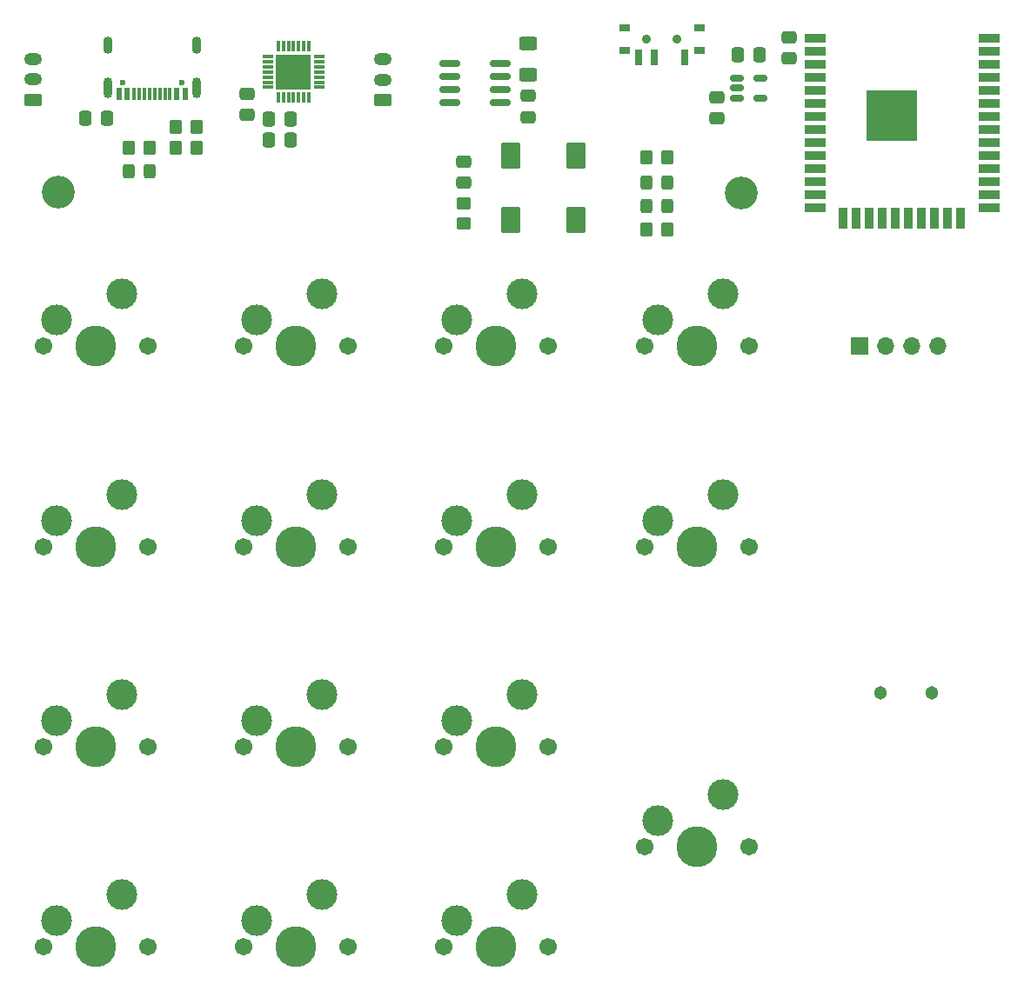
<source format=gbr>
%TF.GenerationSoftware,KiCad,Pcbnew,(6.0.7)*%
%TF.CreationDate,2022-10-16T13:30:08+08:00*%
%TF.ProjectId,numpad-test,6e756d70-6164-42d7-9465-73742e6b6963,rev?*%
%TF.SameCoordinates,Original*%
%TF.FileFunction,Soldermask,Top*%
%TF.FilePolarity,Negative*%
%FSLAX46Y46*%
G04 Gerber Fmt 4.6, Leading zero omitted, Abs format (unit mm)*
G04 Created by KiCad (PCBNEW (6.0.7)) date 2022-10-16 13:30:08*
%MOMM*%
%LPD*%
G01*
G04 APERTURE LIST*
G04 Aperture macros list*
%AMRoundRect*
0 Rectangle with rounded corners*
0 $1 Rounding radius*
0 $2 $3 $4 $5 $6 $7 $8 $9 X,Y pos of 4 corners*
0 Add a 4 corners polygon primitive as box body*
4,1,4,$2,$3,$4,$5,$6,$7,$8,$9,$2,$3,0*
0 Add four circle primitives for the rounded corners*
1,1,$1+$1,$2,$3*
1,1,$1+$1,$4,$5*
1,1,$1+$1,$6,$7*
1,1,$1+$1,$8,$9*
0 Add four rect primitives between the rounded corners*
20,1,$1+$1,$2,$3,$4,$5,0*
20,1,$1+$1,$4,$5,$6,$7,0*
20,1,$1+$1,$6,$7,$8,$9,0*
20,1,$1+$1,$8,$9,$2,$3,0*%
G04 Aperture macros list end*
%ADD10C,3.000000*%
%ADD11C,1.701800*%
%ADD12C,3.987800*%
%ADD13C,3.200000*%
%ADD14RoundRect,0.250000X0.350000X0.450000X-0.350000X0.450000X-0.350000X-0.450000X0.350000X-0.450000X0*%
%ADD15RoundRect,0.250000X-0.350000X-0.450000X0.350000X-0.450000X0.350000X0.450000X-0.350000X0.450000X0*%
%ADD16RoundRect,0.250000X0.337500X0.475000X-0.337500X0.475000X-0.337500X-0.475000X0.337500X-0.475000X0*%
%ADD17RoundRect,0.250000X0.625000X-0.350000X0.625000X0.350000X-0.625000X0.350000X-0.625000X-0.350000X0*%
%ADD18O,1.750000X1.200000*%
%ADD19RoundRect,0.250000X0.450000X-0.350000X0.450000X0.350000X-0.450000X0.350000X-0.450000X-0.350000X0*%
%ADD20RoundRect,0.250000X0.475000X-0.337500X0.475000X0.337500X-0.475000X0.337500X-0.475000X-0.337500X0*%
%ADD21R,1.700000X1.700000*%
%ADD22O,1.700000X1.700000*%
%ADD23RoundRect,0.250000X-0.625000X0.400000X-0.625000X-0.400000X0.625000X-0.400000X0.625000X0.400000X0*%
%ADD24C,0.900000*%
%ADD25R,1.000000X0.800000*%
%ADD26R,0.700000X1.500000*%
%ADD27RoundRect,0.101600X0.798830X-1.149350X0.798830X1.149350X-0.798830X1.149350X-0.798830X-1.149350X0*%
%ADD28C,0.600000*%
%ADD29R,0.600000X1.160000*%
%ADD30R,0.300000X1.160000*%
%ADD31O,0.900000X2.000000*%
%ADD32O,0.900000X1.700000*%
%ADD33RoundRect,0.250000X-0.337500X-0.475000X0.337500X-0.475000X0.337500X0.475000X-0.337500X0.475000X0*%
%ADD34RoundRect,0.150000X-0.512500X-0.150000X0.512500X-0.150000X0.512500X0.150000X-0.512500X0.150000X0*%
%ADD35RoundRect,0.250000X0.325000X0.450000X-0.325000X0.450000X-0.325000X-0.450000X0.325000X-0.450000X0*%
%ADD36RoundRect,0.101600X-0.798830X1.149350X-0.798830X-1.149350X0.798830X-1.149350X0.798830X1.149350X0*%
%ADD37RoundRect,0.150000X-0.825000X-0.150000X0.825000X-0.150000X0.825000X0.150000X-0.825000X0.150000X0*%
%ADD38R,2.000000X0.900000*%
%ADD39R,0.900000X2.000000*%
%ADD40R,5.000000X5.000000*%
%ADD41RoundRect,0.250000X-0.325000X-0.450000X0.325000X-0.450000X0.325000X0.450000X-0.325000X0.450000X0*%
%ADD42R,1.000000X0.300000*%
%ADD43R,0.300000X1.000000*%
%ADD44R,3.400000X3.400000*%
%ADD45C,1.303020*%
G04 APERTURE END LIST*
D10*
%TO.C,SW16*%
X111690000Y-63460000D03*
X118040000Y-60920000D03*
D11*
X120580000Y-66000000D03*
X110420000Y-66000000D03*
D12*
X115500000Y-66000000D03*
%TD*%
D11*
%TO.C,SW12*%
X90920000Y-66000000D03*
X101080000Y-66000000D03*
D10*
X92190000Y-63460000D03*
X98540000Y-60920000D03*
D12*
X96000000Y-66000000D03*
%TD*%
D13*
%TO.C,H2*%
X119850000Y-51050000D03*
%TD*%
D14*
%TO.C,R11*%
X66800000Y-44600000D03*
X64800000Y-44600000D03*
%TD*%
D15*
%TO.C,R10*%
X64800000Y-46700000D03*
X66800000Y-46700000D03*
%TD*%
D16*
%TO.C,C2*%
X121606000Y-37593000D03*
X119531000Y-37593000D03*
%TD*%
D17*
%TO.C,J1*%
X50950000Y-42000000D03*
D18*
X50950000Y-40000000D03*
X50950000Y-38000000D03*
%TD*%
D19*
%TO.C,R9*%
X92837000Y-54070000D03*
X92837000Y-52070000D03*
%TD*%
D20*
%TO.C,C1*%
X117430000Y-43825000D03*
X117430000Y-41750000D03*
%TD*%
%TO.C,C11*%
X99100000Y-43700000D03*
X99100000Y-41625000D03*
%TD*%
%TO.C,C3*%
X124460000Y-37973000D03*
X124460000Y-35898000D03*
%TD*%
D11*
%TO.C,SW10*%
X81580000Y-105000000D03*
D10*
X79040000Y-99920000D03*
D11*
X71420000Y-105000000D03*
D12*
X76500000Y-105000000D03*
D10*
X72690000Y-102460000D03*
%TD*%
D21*
%TO.C,J3*%
X131380000Y-65935000D03*
D22*
X133920000Y-65935000D03*
X136460000Y-65935000D03*
X139000000Y-65935000D03*
%TD*%
D14*
%TO.C,R8*%
X112617000Y-54610000D03*
X110617000Y-54610000D03*
%TD*%
D23*
%TO.C,R6*%
X99100000Y-36475000D03*
X99100000Y-39575000D03*
%TD*%
D17*
%TO.C,J2*%
X84963000Y-42037000D03*
D18*
X84963000Y-40037000D03*
X84963000Y-38037000D03*
%TD*%
D11*
%TO.C,SW5*%
X62080000Y-85500000D03*
D10*
X59540000Y-80420000D03*
D11*
X51920000Y-85500000D03*
D12*
X57000000Y-85500000D03*
D10*
X53190000Y-82960000D03*
%TD*%
D14*
%TO.C,R12*%
X62250000Y-46650000D03*
X60250000Y-46650000D03*
%TD*%
D10*
%TO.C,SW4*%
X53190000Y-63460000D03*
D11*
X51920000Y-66000000D03*
X62080000Y-66000000D03*
D10*
X59540000Y-60920000D03*
D12*
X57000000Y-66000000D03*
%TD*%
D24*
%TO.C,SW1*%
X113600000Y-36070000D03*
D25*
X108450000Y-37180000D03*
D24*
X110600000Y-36070000D03*
D25*
X108450000Y-34970000D03*
X115750000Y-34970000D03*
X115750000Y-37180000D03*
D26*
X114350000Y-37830000D03*
X111350000Y-37830000D03*
X109850000Y-37830000D03*
%TD*%
D11*
%TO.C,SW15*%
X101080000Y-124500000D03*
D10*
X92190000Y-121960000D03*
X98540000Y-119420000D03*
D12*
X96000000Y-124500000D03*
D11*
X90920000Y-124500000D03*
%TD*%
D27*
%TO.C,SW3*%
X103759000Y-47396400D03*
X103759000Y-53695600D03*
%TD*%
D11*
%TO.C,SW11*%
X71420000Y-124500000D03*
D12*
X76500000Y-124500000D03*
D11*
X81580000Y-124500000D03*
D10*
X79040000Y-119420000D03*
X72690000Y-121960000D03*
%TD*%
D28*
%TO.C,J4*%
X59610000Y-40325000D03*
X65390000Y-40325000D03*
D29*
X65700000Y-41385000D03*
X64900000Y-41385000D03*
D30*
X63750000Y-41385000D03*
X62750000Y-41385000D03*
X62250000Y-41385000D03*
X61250000Y-41385000D03*
D29*
X60100000Y-41385000D03*
X59300000Y-41385000D03*
X59300000Y-41385000D03*
X60100000Y-41385000D03*
D30*
X60750000Y-41385000D03*
X61750000Y-41385000D03*
X63250000Y-41385000D03*
X64250000Y-41385000D03*
D29*
X64900000Y-41385000D03*
X65700000Y-41385000D03*
D31*
X58180000Y-40805000D03*
D32*
X58180000Y-36635000D03*
D31*
X66820000Y-40805000D03*
D32*
X66820000Y-36635000D03*
%TD*%
D33*
%TO.C,C6*%
X56007000Y-43815000D03*
X58082000Y-43815000D03*
%TD*%
D34*
%TO.C,U3*%
X119437500Y-39900000D03*
X119437500Y-40850000D03*
X119437500Y-41800000D03*
X121712500Y-41800000D03*
X121712500Y-39900000D03*
%TD*%
D10*
%TO.C,SW13*%
X92190000Y-82960000D03*
D12*
X96000000Y-85500000D03*
D10*
X98540000Y-80420000D03*
D11*
X101080000Y-85500000D03*
X90920000Y-85500000D03*
%TD*%
D10*
%TO.C,SW8*%
X72690000Y-63460000D03*
D11*
X71420000Y-66000000D03*
D10*
X79040000Y-60920000D03*
D11*
X81580000Y-66000000D03*
D12*
X76500000Y-66000000D03*
%TD*%
D20*
%TO.C,C5*%
X92837000Y-50081000D03*
X92837000Y-48006000D03*
%TD*%
D35*
%TO.C,D4*%
X62250000Y-48950000D03*
X60200000Y-48950000D03*
%TD*%
D11*
%TO.C,SW7*%
X51920000Y-124500000D03*
D10*
X53190000Y-121960000D03*
X59540000Y-119420000D03*
D12*
X57000000Y-124500000D03*
D11*
X62080000Y-124500000D03*
%TD*%
D10*
%TO.C,SW9*%
X79040000Y-80420000D03*
X72690000Y-82960000D03*
D12*
X76500000Y-85500000D03*
D11*
X81580000Y-85500000D03*
X71420000Y-85500000D03*
%TD*%
D20*
%TO.C,C9*%
X71755000Y-43455500D03*
X71755000Y-41380500D03*
%TD*%
D12*
%TO.C,SW14*%
X96000000Y-105000000D03*
D10*
X98540000Y-99920000D03*
D11*
X101080000Y-105000000D03*
X90920000Y-105000000D03*
D10*
X92190000Y-102460000D03*
%TD*%
D14*
%TO.C,R7*%
X112617000Y-47625000D03*
X110617000Y-47625000D03*
%TD*%
D33*
%TO.C,C8*%
X73871000Y-45868500D03*
X75946000Y-45868500D03*
%TD*%
%TO.C,C7*%
X73871000Y-43836500D03*
X75946000Y-43836500D03*
%TD*%
D36*
%TO.C,SW2*%
X97409000Y-53695600D03*
X97409000Y-47396400D03*
%TD*%
D37*
%TO.C,U2*%
X91475000Y-38495000D03*
X91475000Y-39765000D03*
X91475000Y-41035000D03*
X91475000Y-42305000D03*
X96425000Y-42305000D03*
X96425000Y-41035000D03*
X96425000Y-39765000D03*
X96425000Y-38495000D03*
%TD*%
D38*
%TO.C,U4*%
X127000000Y-35995000D03*
X127000000Y-37265000D03*
X127000000Y-38535000D03*
X127000000Y-39805000D03*
X127000000Y-41075000D03*
X127000000Y-42345000D03*
X127000000Y-43615000D03*
X127000000Y-44885000D03*
X127000000Y-46155000D03*
X127000000Y-47425000D03*
X127000000Y-48695000D03*
X127000000Y-49965000D03*
X127000000Y-51235000D03*
X127000000Y-52505000D03*
D39*
X129785000Y-53505000D03*
X131055000Y-53505000D03*
X132325000Y-53505000D03*
X133595000Y-53505000D03*
X134865000Y-53505000D03*
X136135000Y-53505000D03*
X137405000Y-53505000D03*
X138675000Y-53505000D03*
X139945000Y-53505000D03*
X141215000Y-53505000D03*
D38*
X144000000Y-52505000D03*
X144000000Y-51235000D03*
X144000000Y-49965000D03*
X144000000Y-48695000D03*
X144000000Y-47425000D03*
X144000000Y-46155000D03*
X144000000Y-44885000D03*
X144000000Y-43615000D03*
X144000000Y-42345000D03*
X144000000Y-41075000D03*
X144000000Y-39805000D03*
X144000000Y-38535000D03*
X144000000Y-37265000D03*
X144000000Y-35995000D03*
D40*
X134500000Y-43495000D03*
%TD*%
D10*
%TO.C,SW6*%
X59540000Y-99920000D03*
D11*
X51920000Y-105000000D03*
D10*
X53190000Y-102460000D03*
D12*
X57000000Y-105000000D03*
D11*
X62080000Y-105000000D03*
%TD*%
D41*
%TO.C,D2*%
X110599000Y-50038000D03*
X112649000Y-50038000D03*
%TD*%
D11*
%TO.C,SW17*%
X110420000Y-85500000D03*
D10*
X111690000Y-82960000D03*
X118040000Y-80420000D03*
D12*
X115500000Y-85500000D03*
D11*
X120580000Y-85500000D03*
%TD*%
%TO.C,SW18*%
X110420000Y-114750000D03*
D10*
X118040000Y-109670000D03*
D11*
X120580000Y-114750000D03*
D12*
X115500000Y-114750000D03*
D10*
X111690000Y-112210000D03*
%TD*%
D41*
%TO.C,D3*%
X110599000Y-52324000D03*
X112649000Y-52324000D03*
%TD*%
D13*
%TO.C,H1*%
X53400000Y-51000000D03*
%TD*%
D42*
%TO.C,U5*%
X73770000Y-37775500D03*
X73770000Y-38275500D03*
X73770000Y-38775500D03*
X73770000Y-39275500D03*
X73770000Y-39775500D03*
X73770000Y-40275500D03*
X73770000Y-40775500D03*
D43*
X74770000Y-41775500D03*
X75270000Y-41775500D03*
X75770000Y-41775500D03*
X76270000Y-41775500D03*
X76770000Y-41775500D03*
X77270000Y-41775500D03*
X77770000Y-41775500D03*
D42*
X78770000Y-40775500D03*
X78770000Y-40275500D03*
X78770000Y-39775500D03*
X78770000Y-39275500D03*
X78770000Y-38775500D03*
X78770000Y-38275500D03*
X78770000Y-37775500D03*
D43*
X77770000Y-36775500D03*
X77270000Y-36775500D03*
X76770000Y-36775500D03*
X76270000Y-36775500D03*
X75770000Y-36775500D03*
X75270000Y-36775500D03*
X74770000Y-36775500D03*
D44*
X76270000Y-39275500D03*
%TD*%
D45*
%TO.C,S1*%
X138399360Y-99725000D03*
X133400640Y-99725000D03*
%TD*%
M02*

</source>
